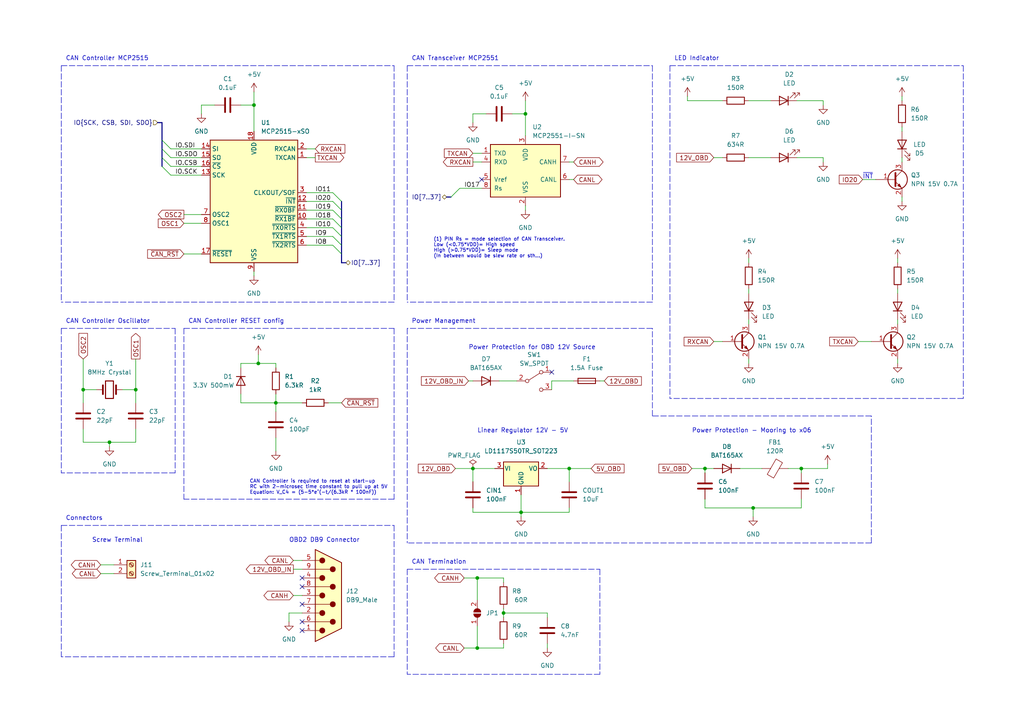
<source format=kicad_sch>
(kicad_sch (version 20211123) (generator eeschema)
  (paper "A4")
  (lib_symbols
    (symbol "Connector:DB9_Male" (pin_names (offset 1.016) hide)
      (property "Reference" "J" (at 0 13.97 0))
      (property "Value" "DB9_Male" (at 0 -14.605 0))
      (symbol "DB9_Male_0_1"
        (circle (center -1.778 -10.16) (radius 0.762) (fill (type outline)))
        (circle (center -1.778 -5.08) (radius 0.762) (fill (type outline)))
        (circle (center -1.778 0) (radius 0.762) (fill (type outline)))
        (circle (center -1.778 5.08) (radius 0.762) (fill (type outline)))
        (circle (center -1.778 10.16) (radius 0.762) (fill (type outline)))
        (polyline (pts (xy -3.81 -10.16) (xy -2.54 -10.16)))
        (polyline (pts (xy -3.81 -7.62) (xy 0.508 -7.62)))
        (polyline (pts (xy -3.81 -5.08) (xy -2.54 -5.08)))
        (polyline (pts (xy -3.81 -2.54) (xy 0.508 -2.54)))
        (polyline (pts (xy -3.81 0) (xy -2.54 0)))
        (polyline (pts (xy -3.81 2.54) (xy 0.508 2.54)))
        (polyline (pts (xy -3.81 5.08) (xy -2.54 5.08)))
        (polyline (pts (xy -3.81 7.62) (xy 0.508 7.62)))
        (polyline (pts (xy -3.81 10.16) (xy -2.54 10.16)))
        (polyline (pts (xy -3.81 -13.335) (xy -3.81 13.335) (xy 3.81 9.525) (xy 3.81 -9.525) (xy -3.81 -13.335)) (stroke (width 0.254)) (fill (type background)))
        (circle (center 1.27 -7.62) (radius 0.762) (fill (type outline)))
        (circle (center 1.27 -2.54) (radius 0.762) (fill (type outline)))
        (circle (center 1.27 2.54) (radius 0.762) (fill (type outline)))
        (circle (center 1.27 7.62) (radius 0.762) (fill (type outline)))
      )
      (symbol "DB9_Male_1_1"
        (pin passive line (at -7.62 -10.16 0) (length 3.81) (name "1") (number "1"))
        (pin passive line (at -7.62 -5.08 0) (length 3.81) (name "2") (number "2"))
        (pin passive line (at -7.62 0 0) (length 3.81) (name "3") (number "3"))
        (pin passive line (at -7.62 5.08 0) (length 3.81) (name "4") (number "4"))
        (pin passive line (at -7.62 10.16 0) (length 3.81) (name "5") (number "5"))
        (pin passive line (at -7.62 -7.62 0) (length 3.81) (name "6") (number "6"))
        (pin passive line (at -7.62 -2.54 0) (length 3.81) (name "7") (number "7"))
        (pin passive line (at -7.62 2.54 0) (length 3.81) (name "8") (number "8"))
        (pin passive line (at -7.62 7.62 0) (length 3.81) (name "9") (number "9"))
      )
    )
    (symbol "Connector:Screw_Terminal_01x02" (pin_names (offset 1.016) hide)
      (property "Reference" "J" (at 0 2.54 0))
      (property "Value" "Screw_Terminal_01x02" (at 0 -5.08 0))
      (symbol "Screw_Terminal_01x02_1_1"
        (rectangle (start -1.27 1.27) (end 1.27 -3.81) (stroke (width 0.254)) (fill (type background)))
        (circle (center 0 -2.54) (radius 0.635) (stroke (width 0.1524)))
        (polyline (pts (xy -0.5334 -2.2098) (xy 0.3302 -3.048)) (stroke (width 0.1524)))
        (polyline (pts (xy -0.5334 0.3302) (xy 0.3302 -0.508)) (stroke (width 0.1524)))
        (polyline (pts (xy -0.3556 -2.032) (xy 0.508 -2.8702)) (stroke (width 0.1524)))
        (polyline (pts (xy -0.3556 0.508) (xy 0.508 -0.3302)) (stroke (width 0.1524)))
        (circle (center 0 0) (radius 0.635) (stroke (width 0.1524)))
        (pin passive line (at -5.08 0 0) (length 3.81) (name "Pin_1") (number "1"))
        (pin passive line (at -5.08 -2.54 0) (length 3.81) (name "Pin_2") (number "2"))
      )
    )
    (symbol "Device:C" (pin_numbers hide) (pin_names (offset 0.254))
      (property "Reference" "C" (at 0.635 2.54 0))
      (property "Value" "C" (at 0.635 -2.54 0))
      (symbol "C_0_1"
        (polyline (pts (xy -2.032 -0.762) (xy 2.032 -0.762)) (stroke (width 0.508)))
        (polyline (pts (xy -2.032 0.762) (xy 2.032 0.762)) (stroke (width 0.508)))
      )
      (symbol "C_1_1"
        (pin passive line (at 0 3.81 270) (length 2.794) (name "~") (number "1"))
        (pin passive line (at 0 -3.81 90) (length 2.794) (name "~") (number "2"))
      )
    )
    (symbol "Device:Crystal" (pin_numbers hide) (pin_names (offset 1.016) hide)
      (property "Reference" "Y" (at 0 3.81 0))
      (property "Value" "Crystal" (at 0 -3.81 0))
      (symbol "Crystal_0_1"
        (rectangle (start -1.143 2.54) (end 1.143 -2.54) (stroke (width 0.3048)))
        (polyline (pts (xy -2.54 0) (xy -1.905 0)))
        (polyline (pts (xy -1.905 -1.27) (xy -1.905 1.27)) (stroke (width 0.508)))
        (polyline (pts (xy 1.905 -1.27) (xy 1.905 1.27)) (stroke (width 0.508)))
        (polyline (pts (xy 2.54 0) (xy 1.905 0)))
      )
      (symbol "Crystal_1_1"
        (pin passive line (at -3.81 0 0) (length 1.27) (name "1") (number "1"))
        (pin passive line (at 3.81 0 180) (length 1.27) (name "2") (number "2"))
      )
    )
    (symbol "Device:D" (pin_numbers hide) (pin_names (offset 1.016) hide)
      (property "Reference" "D" (at 0 2.54 0))
      (property "Value" "D" (at 0 -2.54 0))
      (symbol "D_0_1"
        (polyline (pts (xy -1.27 1.27) (xy -1.27 -1.27)) (stroke (width 0.254)))
        (polyline (pts (xy 1.27 0) (xy -1.27 0)))
        (polyline (pts (xy 1.27 1.27) (xy 1.27 -1.27) (xy -1.27 0) (xy 1.27 1.27)) (stroke (width 0.254)))
      )
      (symbol "D_1_1"
        (pin passive line (at -3.81 0 0) (length 2.54) (name "K") (number "1"))
        (pin passive line (at 3.81 0 180) (length 2.54) (name "A") (number "2"))
      )
    )
    (symbol "Device:FerriteBead" (pin_numbers hide) (pin_names (offset 0))
      (property "Reference" "FB" (at -3.81 0.635 90))
      (property "Value" "FerriteBead" (at 3.81 0 90))
      (symbol "FerriteBead_0_1"
        (polyline (pts (xy 0 -1.27) (xy 0 -1.2192)))
        (polyline (pts (xy 0 1.27) (xy 0 1.2954)))
        (polyline (pts (xy -2.7686 0.4064) (xy -1.7018 2.2606) (xy 2.7686 -0.3048) (xy 1.6764 -2.159) (xy -2.7686 0.4064)))
      )
      (symbol "FerriteBead_1_1"
        (pin passive line (at 0 3.81 270) (length 2.54) (name "~") (number "1"))
        (pin passive line (at 0 -3.81 90) (length 2.54) (name "~") (number "2"))
      )
    )
    (symbol "Device:Fuse" (pin_numbers hide) (pin_names (offset 0))
      (property "Reference" "F" (at 2.032 0 90))
      (property "Value" "Fuse" (at -1.905 0 90))
      (symbol "Fuse_0_1"
        (rectangle (start -0.762 -2.54) (end 0.762 2.54) (stroke (width 0.254)))
        (polyline (pts (xy 0 2.54) (xy 0 -2.54)))
      )
      (symbol "Fuse_1_1"
        (pin passive line (at 0 3.81 270) (length 1.27) (name "~") (number "1"))
        (pin passive line (at 0 -3.81 90) (length 1.27) (name "~") (number "2"))
      )
    )
    (symbol "Device:LED" (pin_numbers hide) (pin_names (offset 1.016) hide)
      (property "Reference" "D" (at 0 2.54 0))
      (property "Value" "LED" (at 0 -2.54 0))
      (symbol "LED_0_1"
        (polyline (pts (xy -1.27 -1.27) (xy -1.27 1.27)) (stroke (width 0.254)))
        (polyline (pts (xy -1.27 0) (xy 1.27 0)))
        (polyline (pts (xy 1.27 -1.27) (xy 1.27 1.27) (xy -1.27 0) (xy 1.27 -1.27)) (stroke (width 0.254)))
        (polyline (pts (xy -3.048 -0.762) (xy -4.572 -2.286) (xy -3.81 -2.286) (xy -4.572 -2.286) (xy -4.572 -1.524)))
        (polyline (pts (xy -1.778 -0.762) (xy -3.302 -2.286) (xy -2.54 -2.286) (xy -3.302 -2.286) (xy -3.302 -1.524)))
      )
      (symbol "LED_1_1"
        (pin passive line (at -3.81 0 0) (length 2.54) (name "K") (number "1"))
        (pin passive line (at 3.81 0 180) (length 2.54) (name "A") (number "2"))
      )
    )
    (symbol "Device:Q_NPN_BEC" (pin_names (offset 0) hide)
      (property "Reference" "Q" (at 5.08 1.27 0))
      (property "Value" "Q_NPN_BEC" (at 5.08 -1.27 0))
      (symbol "Q_NPN_BEC_0_1"
        (polyline (pts (xy 0.635 0.635) (xy 2.54 2.54)))
        (polyline (pts (xy 0.635 -0.635) (xy 2.54 -2.54) (xy 2.54 -2.54)))
        (polyline (pts (xy 0.635 1.905) (xy 0.635 -1.905) (xy 0.635 -1.905)) (stroke (width 0.508)))
        (polyline (pts (xy 1.27 -1.778) (xy 1.778 -1.27) (xy 2.286 -2.286) (xy 1.27 -1.778) (xy 1.27 -1.778)) (fill (type outline)))
        (circle (center 1.27 0) (radius 2.8194) (stroke (width 0.254)))
      )
      (symbol "Q_NPN_BEC_1_1"
        (pin input line (at -5.08 0 0) (length 5.715) (name "B") (number "1"))
        (pin passive line (at 2.54 -5.08 90) (length 2.54) (name "E") (number "2"))
        (pin passive line (at 2.54 5.08 270) (length 2.54) (name "C") (number "3"))
      )
    )
    (symbol "Device:R" (pin_numbers hide) (pin_names (offset 0))
      (property "Reference" "R" (at 2.032 0 90))
      (property "Value" "R" (at 0 0 90))
      (symbol "R_0_1"
        (rectangle (start -1.016 -2.54) (end 1.016 2.54) (stroke (width 0.254)))
      )
      (symbol "R_1_1"
        (pin passive line (at 0 3.81 270) (length 1.27) (name "~") (number "1"))
        (pin passive line (at 0 -3.81 90) (length 1.27) (name "~") (number "2"))
      )
    )
    (symbol "Interface_CAN_LIN:MCP2515-xSO"
      (property "Reference" "U1" (at 2.0194 22.86 0))
      (property "Value" "MCP2515-xSO" (at 2.0194 20.32 0))
      (symbol "MCP2515-xSO_0_1"
        (rectangle (start -12.7 17.78) (end 12.7 -17.78) (stroke (width 0.254)) (fill (type background)))
      )
      (symbol "MCP2515-xSO_1_1"
        (pin output line (at 15.24 12.7 180) (length 2.54) (name "TXCAN") (number "1"))
        (pin output line (at 15.24 -5.08 180) (length 2.54) (name "~{RX1BF}") (number "10"))
        (pin output line (at 15.24 -2.54 180) (length 2.54) (name "~{RX0BF}") (number "11"))
        (pin output line (at 15.24 0 180) (length 2.54) (name "~{INT}") (number "12"))
        (pin input line (at -15.24 7.62 0) (length 2.54) (name "SCK") (number "13"))
        (pin input line (at -15.24 15.24 0) (length 2.54) (name "SI") (number "14"))
        (pin output line (at -15.24 12.7 0) (length 2.54) (name "SO") (number "15"))
        (pin input line (at -15.24 10.16 0) (length 2.54) (name "~{CS}") (number "16"))
        (pin input line (at -15.24 -15.24 0) (length 2.54) (name "~{RESET}") (number "17"))
        (pin power_in line (at 0 20.32 270) (length 2.54) (name "VDD") (number "18"))
        (pin input line (at 15.24 15.24 180) (length 2.54) (name "RXCAN") (number "2"))
        (pin output line (at 15.24 2.54 180) (length 2.54) (name "CLKOUT/SOF") (number "3"))
        (pin input line (at 15.24 -7.62 180) (length 2.54) (name "~{TX0RTS}") (number "4"))
        (pin input line (at 15.24 -10.16 180) (length 2.54) (name "~{TX1RTS}") (number "5"))
        (pin input line (at 15.24 -12.7 180) (length 2.54) (name "~{TX2RTS}") (number "6"))
        (pin output line (at -15.24 -3.81 0) (length 2.54) (name "OSC2") (number "7"))
        (pin input line (at -15.24 -6.35 0) (length 2.54) (name "OSC1") (number "8"))
        (pin power_in line (at 0 -20.32 90) (length 2.54) (name "VSS") (number "9"))
      )
    )
    (symbol "Interface_CAN_LIN:MCP2551-I-SN" (pin_names (offset 1.016))
      (property "Reference" "U" (at -10.16 8.89 0))
      (property "Value" "MCP2551-I-SN" (at 2.54 8.89 0))
      (symbol "MCP2551-I-SN_0_1"
        (rectangle (start -10.16 7.62) (end 10.16 -7.62) (stroke (width 0.254)) (fill (type background)))
      )
      (symbol "MCP2551-I-SN_1_1"
        (pin input line (at -12.7 5.08 0) (length 2.54) (name "TXD") (number "1"))
        (pin power_in line (at 0 -10.16 90) (length 2.54) (name "VSS") (number "2"))
        (pin power_in line (at 0 10.16 270) (length 2.54) (name "VDD") (number "3"))
        (pin output line (at -12.7 2.54 0) (length 2.54) (name "RXD") (number "4"))
        (pin power_out line (at -12.7 -2.54 0) (length 2.54) (name "Vref") (number "5"))
        (pin bidirectional line (at 12.7 -2.54 180) (length 2.54) (name "CANL") (number "6"))
        (pin bidirectional line (at 12.7 2.54 180) (length 2.54) (name "CANH") (number "7"))
        (pin input line (at -12.7 -5.08 0) (length 2.54) (name "Rs") (number "8"))
      )
    )
    (symbol "Jumper:SolderJumper_2_Open" (pin_names (offset 0) hide)
      (property "Reference" "JP" (at 0 2.032 0))
      (property "Value" "SolderJumper_2_Open" (at 0 -2.54 0))
      (symbol "SolderJumper_2_Open_0_1"
        (arc (start -0.254 1.016) (mid -1.27 0) (end -0.254 -1.016))
        (arc (start -0.254 1.016) (mid -1.27 0) (end -0.254 -1.016) (fill (type outline)))
        (polyline (pts (xy -0.254 1.016) (xy -0.254 -1.016)))
        (polyline (pts (xy 0.254 1.016) (xy 0.254 -1.016)))
        (arc (start 0.254 -1.016) (mid 1.27 0) (end 0.254 1.016))
        (arc (start 0.254 -1.016) (mid 1.27 0) (end 0.254 1.016) (fill (type outline)))
      )
      (symbol "SolderJumper_2_Open_1_1"
        (pin passive line (at -3.81 0 0) (length 2.54) (name "A") (number "1"))
        (pin passive line (at 3.81 0 180) (length 2.54) (name "B") (number "2"))
      )
    )
    (symbol "Regulator_Linear:LD1117S50TR_SOT223" (pin_names (offset 0.254))
      (property "Reference" "U" (at -3.81 3.175 0))
      (property "Value" "LD1117S50TR_SOT223" (at 0 3.175 0))
      (symbol "LD1117S50TR_SOT223_0_1"
        (rectangle (start -5.08 -5.08) (end 5.08 1.905) (stroke (width 0.254)) (fill (type background)))
      )
      (symbol "LD1117S50TR_SOT223_1_1"
        (pin power_in line (at 0 -7.62 90) (length 2.54) (name "GND") (number "1"))
        (pin power_out line (at 7.62 0 180) (length 2.54) (name "VO") (number "2"))
        (pin power_in line (at -7.62 0 0) (length 2.54) (name "VI") (number "3"))
      )
    )
    (symbol "Switch:SW_SPDT" (pin_names (offset 0) hide)
      (property "Reference" "SW" (at 0 4.318 0))
      (property "Value" "SW_SPDT" (at 0 -5.08 0))
      (symbol "SW_SPDT_0_0"
        (circle (center -2.032 0) (radius 0.508))
        (circle (center 2.032 -2.54) (radius 0.508))
      )
      (symbol "SW_SPDT_0_1"
        (polyline (pts (xy -1.524 0.254) (xy 1.651 2.286)))
        (circle (center 2.032 2.54) (radius 0.508))
      )
      (symbol "SW_SPDT_1_1"
        (pin passive line (at 5.08 2.54 180) (length 2.54) (name "A") (number "1"))
        (pin passive line (at -5.08 0 0) (length 2.54) (name "B") (number "2"))
        (pin passive line (at 5.08 -2.54 180) (length 2.54) (name "C") (number "3"))
      )
    )
    (symbol "power:+5V" (power) (pin_names (offset 0))
      (property "Value" "+5V" (at 0 3.556 0))
      (symbol "+5V_0_1"
        (polyline (pts (xy -0.762 1.27) (xy 0 2.54)))
        (polyline (pts (xy 0 0) (xy 0 2.54)))
        (polyline (pts (xy 0 2.54) (xy 0.762 1.27)))
      )
      (symbol "+5V_1_1"
        (pin power_in line (at 0 0 90) (length 0) hide (name "+5V") (number "1"))
      )
    )
    (symbol "power:GND" (power) (pin_names (offset 0))
      (property "Value" "GND" (at 0 -3.81 0))
      (symbol "GND_0_1"
        (polyline (pts (xy 0 0) (xy 0 -1.27) (xy 1.27 -1.27) (xy 0 -2.54) (xy -1.27 -1.27) (xy 0 -1.27)))
      )
      (symbol "GND_1_1"
        (pin power_in line (at 0 0 270) (length 0) hide (name "GND") (number "1"))
      )
    )
    (symbol "power:PWR_FLAG" (power) (pin_numbers hide) (pin_names (offset 0) hide)
      (property "Value" "PWR_FLAG" (at 0 3.81 0))
      (symbol "PWR_FLAG_0_0"
        (pin power_out line (at 0 0 90) (length 0) (name "pwr") (number "1"))
      )
      (symbol "PWR_FLAG_0_1"
        (polyline (pts (xy 0 0) (xy 0 1.27) (xy -1.016 1.905) (xy 0 2.54) (xy 1.016 1.905) (xy 0 1.27)))
      )
    )
  )
  (junction (at 204.47 135.89))
  (junction (at 137.16 135.89))
  (junction (at 146.05 177.8))
  (junction (at 24.13 113.03))
  (junction (at 73.66 30.48))
  (junction (at 80.01 116.84))
  (junction (at 138.43 187.96))
  (junction (at 31.75 128.27))
  (junction (at 165.1 135.89))
  (junction (at 151.13 148.59))
  (junction (at 152.4 33.02))
  (junction (at 74.93 105.41))
  (junction (at 218.44 147.32))
  (junction (at 232.41 135.89))
  (junction (at 39.37 113.03))
  (junction (at 138.43 167.64))
  (no_connect (at 139.7 52.07))
  (no_connect (at 87.63 175.26))
  (no_connect (at 87.63 167.64))
  (no_connect (at 160.02 107.95))
  (no_connect (at 87.63 182.88))
  (no_connect (at 87.63 170.18))
  (no_connect (at 87.63 180.34))
  (bus_entry (at 133.35 54.61) (size -2.54 2.54))
  (bus_entry (at 96.52 55.88) (size 2.54 2.54))
  (bus_entry (at 49.53 50.8) (size -2.54 -2.54))
  (bus_entry (at 49.53 45.72) (size -2.54 -2.54))
  (bus_entry (at 49.53 43.18) (size -2.54 -2.54))
  (bus_entry (at 49.53 48.26) (size -2.54 -2.54))
  (bus_entry (at 96.52 71.12) (size 2.54 2.54))
  (bus_entry (at 96.52 60.96) (size 2.54 2.54))
  (bus_entry (at 96.52 63.5) (size 2.54 2.54))
  (bus_entry (at 96.52 66.04) (size 2.54 2.54))
  (bus_entry (at 96.52 68.58) (size 2.54 2.54))
  (bus_entry (at 96.52 58.42) (size 2.54 2.54))
  (wire (pts (xy 248.92 99.06) (xy 252.73 99.06)))
  (wire (pts (xy 29.21 166.37) (xy 33.02 166.37)))
  (wire (pts (xy 137.16 147.32) (xy 137.16 148.59)))
  (wire (pts (xy 53.34 62.23) (xy 58.42 62.23)))
  (wire (pts (xy 207.01 45.72) (xy 209.55 45.72)))
  (wire (pts (xy 88.9 60.96) (xy 96.52 60.96)))
  (bus (pts (xy 99.06 66.04) (xy 99.06 68.58)))
  (wire (pts (xy 83.82 177.8) (xy 87.63 177.8)))
  (wire (pts (xy 137.16 46.99) (xy 139.7 46.99)))
  (polyline (pts (xy 173.99 165.1) (xy 173.99 195.58)))
  (bus (pts (xy 99.06 71.12) (xy 99.06 73.66)))
  (bus (pts (xy 46.99 43.18) (xy 46.99 45.72)))
  (wire (pts (xy 80.01 127) (xy 80.01 130.81)))
  (wire (pts (xy 80.01 116.84) (xy 80.01 119.38)))
  (wire (pts (xy 137.16 148.59) (xy 151.13 148.59)))
  (polyline (pts (xy 17.78 19.05) (xy 114.3 19.05)))
  (wire (pts (xy 49.53 48.26) (xy 58.42 48.26)))
  (wire (pts (xy 132.08 135.89) (xy 137.16 135.89)))
  (wire (pts (xy 74.93 102.87) (xy 74.93 105.41)))
  (wire (pts (xy 217.17 104.14) (xy 217.17 105.41)))
  (wire (pts (xy 95.25 116.84) (xy 99.06 116.84)))
  (wire (pts (xy 261.62 57.15) (xy 261.62 58.42)))
  (wire (pts (xy 204.47 135.89) (xy 207.01 135.89)))
  (polyline (pts (xy 17.78 152.4) (xy 17.78 190.5)))
  (polyline (pts (xy 252.73 120.65) (xy 189.23 120.65)))
  (wire (pts (xy 152.4 33.02) (xy 152.4 39.37)))
  (wire (pts (xy 250.19 52.07) (xy 254 52.07)))
  (wire (pts (xy 85.09 162.56) (xy 87.63 162.56)))
  (wire (pts (xy 39.37 128.27) (xy 39.37 124.46)))
  (wire (pts (xy 134.62 187.96) (xy 138.43 187.96)))
  (wire (pts (xy 39.37 116.84) (xy 39.37 113.03)))
  (wire (pts (xy 73.66 30.48) (xy 69.85 30.48)))
  (bus (pts (xy 99.06 60.96) (xy 99.06 63.5)))
  (polyline (pts (xy 53.34 95.25) (xy 53.34 144.78)))
  (wire (pts (xy 151.13 143.51) (xy 151.13 148.59)))
  (wire (pts (xy 158.75 179.07) (xy 158.75 177.8)))
  (wire (pts (xy 231.14 45.72) (xy 238.76 45.72)))
  (wire (pts (xy 160.02 110.49) (xy 166.37 110.49)))
  (wire (pts (xy 199.39 27.94) (xy 199.39 29.21)))
  (wire (pts (xy 146.05 177.8) (xy 146.05 179.07)))
  (wire (pts (xy 151.13 149.86) (xy 151.13 148.59)))
  (wire (pts (xy 73.66 26.67) (xy 73.66 30.48)))
  (wire (pts (xy 88.9 71.12) (xy 96.52 71.12)))
  (polyline (pts (xy 118.11 165.1) (xy 173.99 165.1)))
  (wire (pts (xy 165.1 135.89) (xy 171.45 135.89)))
  (wire (pts (xy 88.9 55.88) (xy 96.52 55.88)))
  (wire (pts (xy 88.9 68.58) (xy 96.52 68.58)))
  (wire (pts (xy 137.16 44.45) (xy 139.7 44.45)))
  (wire (pts (xy 27.94 113.03) (xy 24.13 113.03)))
  (wire (pts (xy 152.4 29.21) (xy 152.4 33.02)))
  (wire (pts (xy 228.6 135.89) (xy 232.41 135.89)))
  (polyline (pts (xy 114.3 87.63) (xy 17.78 87.63)))
  (wire (pts (xy 80.01 114.3) (xy 80.01 116.84)))
  (wire (pts (xy 165.1 46.99) (xy 166.37 46.99)))
  (wire (pts (xy 238.76 29.21) (xy 238.76 30.48)))
  (wire (pts (xy 88.9 45.72) (xy 91.44 45.72)))
  (wire (pts (xy 29.21 163.83) (xy 33.02 163.83)))
  (bus (pts (xy 46.99 40.64) (xy 46.99 43.18)))
  (polyline (pts (xy 189.23 95.25) (xy 118.11 95.25)))
  (wire (pts (xy 24.13 113.03) (xy 24.13 116.84)))
  (wire (pts (xy 80.01 105.41) (xy 80.01 106.68)))
  (wire (pts (xy 58.42 30.48) (xy 58.42 33.02)))
  (polyline (pts (xy 114.3 144.78) (xy 53.34 144.78)))
  (polyline (pts (xy 194.31 19.05) (xy 279.4 19.05)))
  (wire (pts (xy 160.02 113.03) (xy 160.02 110.49)))
  (wire (pts (xy 134.62 167.64) (xy 138.43 167.64)))
  (wire (pts (xy 135.89 110.49) (xy 137.16 110.49)))
  (wire (pts (xy 49.53 45.72) (xy 58.42 45.72)))
  (wire (pts (xy 31.75 129.54) (xy 31.75 128.27)))
  (polyline (pts (xy 114.3 152.4) (xy 114.3 190.5)))
  (bus (pts (xy 99.06 63.5) (xy 99.06 66.04)))
  (wire (pts (xy 137.16 135.89) (xy 137.16 139.7)))
  (polyline (pts (xy 118.11 19.05) (xy 118.11 87.63)))
  (wire (pts (xy 158.75 135.89) (xy 165.1 135.89)))
  (wire (pts (xy 88.9 43.18) (xy 91.44 43.18)))
  (wire (pts (xy 151.13 148.59) (xy 165.1 148.59)))
  (wire (pts (xy 261.62 27.94) (xy 261.62 29.21)))
  (wire (pts (xy 138.43 167.64) (xy 146.05 167.64)))
  (polyline (pts (xy 118.11 95.25) (xy 118.11 157.48)))
  (wire (pts (xy 240.03 135.89) (xy 232.41 135.89)))
  (polyline (pts (xy 279.4 115.57) (xy 194.31 115.57)))
  (polyline (pts (xy 17.78 95.25) (xy 17.78 137.16)))
  (wire (pts (xy 69.85 114.3) (xy 69.85 116.84)))
  (wire (pts (xy 218.44 147.32) (xy 218.44 149.86)))
  (bus (pts (xy 99.06 58.42) (xy 99.06 60.96)))
  (wire (pts (xy 260.35 83.82) (xy 260.35 85.09)))
  (polyline (pts (xy 252.73 157.48) (xy 252.73 120.65)))
  (wire (pts (xy 74.93 105.41) (xy 80.01 105.41)))
  (wire (pts (xy 138.43 181.61) (xy 138.43 187.96)))
  (polyline (pts (xy 118.11 165.1) (xy 118.11 195.58)))
  (polyline (pts (xy 189.23 87.63) (xy 118.11 87.63)))
  (wire (pts (xy 146.05 177.8) (xy 158.75 177.8)))
  (wire (pts (xy 217.17 92.71) (xy 217.17 93.98)))
  (polyline (pts (xy 17.78 152.4) (xy 114.3 152.4)))
  (wire (pts (xy 69.85 116.84) (xy 80.01 116.84)))
  (wire (pts (xy 69.85 105.41) (xy 69.85 106.68)))
  (wire (pts (xy 158.75 186.69) (xy 158.75 187.96)))
  (wire (pts (xy 69.85 105.41) (xy 74.93 105.41)))
  (wire (pts (xy 165.1 147.32) (xy 165.1 148.59)))
  (wire (pts (xy 199.39 29.21) (xy 209.55 29.21)))
  (wire (pts (xy 144.78 110.49) (xy 149.86 110.49)))
  (wire (pts (xy 200.66 135.89) (xy 204.47 135.89)))
  (wire (pts (xy 152.4 33.02) (xy 148.59 33.02)))
  (polyline (pts (xy 118.11 19.05) (xy 189.23 19.05)))
  (bus (pts (xy 46.99 45.72) (xy 46.99 48.26)))
  (wire (pts (xy 24.13 124.46) (xy 24.13 128.27)))
  (polyline (pts (xy 194.31 19.05) (xy 194.31 115.57)))
  (polyline (pts (xy 50.8 95.25) (xy 50.8 137.16)))
  (wire (pts (xy 152.4 59.69) (xy 152.4 60.96)))
  (wire (pts (xy 261.62 36.83) (xy 261.62 38.1)))
  (wire (pts (xy 31.75 128.27) (xy 39.37 128.27)))
  (wire (pts (xy 214.63 135.89) (xy 220.98 135.89)))
  (wire (pts (xy 39.37 113.03) (xy 35.56 113.03)))
  (bus (pts (xy 99.06 73.66) (xy 99.06 76.2)))
  (wire (pts (xy 137.16 33.02) (xy 137.16 35.56)))
  (wire (pts (xy 73.66 30.48) (xy 73.66 38.1)))
  (wire (pts (xy 137.16 135.89) (xy 143.51 135.89)))
  (wire (pts (xy 218.44 147.32) (xy 232.41 147.32)))
  (polyline (pts (xy 114.3 190.5) (xy 17.78 190.5)))
  (wire (pts (xy 146.05 167.64) (xy 146.05 168.91)))
  (wire (pts (xy 204.47 144.78) (xy 204.47 147.32)))
  (wire (pts (xy 232.41 144.78) (xy 232.41 147.32)))
  (wire (pts (xy 261.62 45.72) (xy 261.62 46.99)))
  (wire (pts (xy 231.14 29.21) (xy 238.76 29.21)))
  (bus (pts (xy 45.72 35.56) (xy 46.99 35.56)))
  (wire (pts (xy 260.35 104.14) (xy 260.35 105.41)))
  (wire (pts (xy 133.35 54.61) (xy 139.7 54.61)))
  (wire (pts (xy 240.03 134.62) (xy 240.03 135.89)))
  (wire (pts (xy 232.41 135.89) (xy 232.41 137.16)))
  (polyline (pts (xy 189.23 120.65) (xy 189.23 95.25)))
  (polyline (pts (xy 50.8 137.16) (xy 17.78 137.16)))
  (wire (pts (xy 24.13 128.27) (xy 31.75 128.27)))
  (polyline (pts (xy 279.4 19.05) (xy 279.4 115.57)))
  (wire (pts (xy 49.53 50.8) (xy 58.42 50.8)))
  (wire (pts (xy 80.01 116.84) (xy 87.63 116.84)))
  (wire (pts (xy 39.37 104.14) (xy 39.37 113.03)))
  (polyline (pts (xy 53.34 95.25) (xy 114.3 95.25)))
  (wire (pts (xy 24.13 104.14) (xy 24.13 113.03)))
  (wire (pts (xy 88.9 63.5) (xy 96.52 63.5)))
  (wire (pts (xy 207.01 99.06) (xy 209.55 99.06)))
  (wire (pts (xy 260.35 74.93) (xy 260.35 76.2)))
  (wire (pts (xy 217.17 29.21) (xy 223.52 29.21)))
  (wire (pts (xy 85.09 172.72) (xy 87.63 172.72)))
  (polyline (pts (xy 114.3 19.05) (xy 114.3 87.63)))
  (bus (pts (xy 129.54 57.15) (xy 130.81 57.15)))
  (wire (pts (xy 173.99 110.49) (xy 175.26 110.49)))
  (wire (pts (xy 238.76 45.72) (xy 238.76 46.99)))
  (wire (pts (xy 85.09 165.1) (xy 87.63 165.1)))
  (wire (pts (xy 165.1 135.89) (xy 165.1 139.7)))
  (polyline (pts (xy 17.78 19.05) (xy 17.78 87.63)))
  (wire (pts (xy 260.35 92.71) (xy 260.35 93.98)))
  (wire (pts (xy 138.43 173.99) (xy 138.43 167.64)))
  (wire (pts (xy 53.34 64.77) (xy 58.42 64.77)))
  (wire (pts (xy 137.16 33.02) (xy 140.97 33.02)))
  (wire (pts (xy 58.42 30.48) (xy 62.23 30.48)))
  (wire (pts (xy 88.9 58.42) (xy 96.52 58.42)))
  (polyline (pts (xy 189.23 19.05) (xy 189.23 87.63)))
  (wire (pts (xy 217.17 74.93) (xy 217.17 76.2)))
  (bus (pts (xy 46.99 35.56) (xy 46.99 40.64)))
  (bus (pts (xy 99.06 68.58) (xy 99.06 71.12)))
  (polyline (pts (xy 252.73 157.48) (xy 118.11 157.48)))
  (wire (pts (xy 53.34 73.66) (xy 58.42 73.66)))
  (polyline (pts (xy 173.99 195.58) (xy 118.11 195.58)))
  (wire (pts (xy 217.17 83.82) (xy 217.17 85.09)))
  (wire (pts (xy 49.53 43.18) (xy 58.42 43.18)))
  (bus (pts (xy 99.06 76.2) (xy 100.33 76.2)))
  (wire (pts (xy 146.05 187.96) (xy 138.43 187.96)))
  (wire (pts (xy 73.66 78.74) (xy 73.66 80.01)))
  (wire (pts (xy 217.17 45.72) (xy 223.52 45.72)))
  (wire (pts (xy 146.05 176.53) (xy 146.05 177.8)))
  (polyline (pts (xy 17.78 95.25) (xy 50.8 95.25)))
  (wire (pts (xy 204.47 135.89) (xy 204.47 137.16)))
  (wire (pts (xy 146.05 186.69) (xy 146.05 187.96)))
  (polyline (pts (xy 114.3 95.25) (xy 114.3 144.78)))
  (wire (pts (xy 83.82 180.34) (xy 83.82 177.8)))
  (wire (pts (xy 204.47 147.32) (xy 218.44 147.32)))
  (wire (pts (xy 165.1 52.07) (xy 166.37 52.07)))
  (wire (pts (xy 88.9 66.04) (xy 96.52 66.04)))
  (text "CAN Transceiver MCP2551" (at 119.38 17.78 0) (effects (font (size 1.27 1.27)) (justify left bottom)))
  (text "Power Management" (at 119.38 93.98 0) (effects (font (size 1.27 1.27)) (justify left bottom)))
  (text "Power Protection for OBD 12V Source" (at 135.89 101.6 0) (effects (font (size 1.27 1.27)) (justify left bottom)))
  (text "CAN Controller RESET config" (at 54.61 93.98 0) (effects (font (size 1.27 1.27)) (justify left bottom)))
  (text "Screw Terminal" (at 26.67 157.48 0) (effects (font (size 1.27 1.27)) (justify left bottom)))
  (text "~{INT}" (at 250.19 52.07 0) (effects (font (size 1.27 1.27)) (justify left bottom)))
  (text "Power Protection - Mooring to x06" (at 200.66 125.73 0) (effects (font (size 1.27 1.27)) (justify left bottom)))
  (text "(1) PIN Rs = mode selection of CAN Transceiver. \nLow (<0.75*VDD)= High speed\nHigh (>0.75*VDD)= Sleep mode\n(In between would be slew rate or sth...)" (at 125.73 74.93 0) (effects (font (size 1 1)) (justify left bottom)))
  (text "Linear Regulator 12V - 5V" (at 138.43 125.73 0) (effects (font (size 1.27 1.27)) (justify left bottom)))
  (text "Connectors" (at 19.05 151.13 0) (effects (font (size 1.27 1.27)) (justify left bottom)))
  (text "CAN Controller is required to reset at start-up\nRC with 2-microsec time constant to pull up at 5V\nEquation: V_C4 = (5-5*e^(-t/(6.3kR * 100nF))" (at 72.39 143.51 0) (effects (font (size 1 1)) (justify left bottom)))
  (text "OBD2 DB9 Connector" (at 83.82 157.48 0) (effects (font (size 1.27 1.27)) (justify left bottom)))
  (text "CAN Controller Oscillator " (at 19.05 93.98 0) (effects (font (size 1.27 1.27)) (justify left bottom)))
  (text "CAN Controller MCP2515" (at 19.05 17.78 0) (effects (font (size 1.27 1.27)) (justify left bottom)))
  (text "CAN Termination" (at 119.38 163.83 0) (effects (font (size 1.27 1.27)) (justify left bottom)))
  (text "LED Indicator\n" (at 195.58 17.78 0) (effects (font (size 1.27 1.27)) (justify left bottom)))
  (label "IO9" (at 91.44 68.58 0))
  (label "IO8" (at 91.44 71.12 0))
  (label "IO.SCK" (at 50.8 50.8 0))
  (label "IO11" (at 91.44 55.88 0))
  (label "IO10" (at 91.44 66.04 0))
  (label "IO17" (at 134.62 54.61 0))
  (label "IO.SDI" (at 50.8 43.18 0))
  (label "IO20" (at 91.44 58.42 0))
  (label "IO.SDO" (at 50.8 45.72 0))
  (label "IO18" (at 91.44 63.5 0))
  (label "IO.CSB" (at 50.8 48.26 0))
  (label "IO19" (at 91.44 60.96 0))
  (global_label "IO20" (shape input) (at 250.19 52.07 180) (property "Intersheet References" "${INTERSHEET_REFS}" (effects hide)))
  (global_label "RXCAN" (shape output) (at 137.16 46.99 180) (property "Intersheet References" "${INTERSHEET_REFS}" (effects hide)))
  (global_label "12V_OBD_IN" (shape input) (at 135.89 110.49 180) (property "Intersheet References" "${INTERSHEET_REFS}" (effects hide)))
  (global_label "~{CAN_RST}" (shape input) (at 99.06 116.84 0) (property "Intersheet References" "${INTERSHEET_REFS}" (effects hide)))
  (global_label "12V_OBD" (shape input) (at 132.08 135.89 180) (property "Intersheet References" "${INTERSHEET_REFS}" (effects hide)))
  (global_label "TXCAN" (shape input) (at 137.16 44.45 180) (property "Intersheet References" "${INTERSHEET_REFS}" (effects hide)))
  (global_label "OSC1" (shape input) (at 53.34 64.77 180) (property "Intersheet References" "${INTERSHEET_REFS}" (effects hide)))
  (global_label "~{CAN_RST}" (shape input) (at 53.34 73.66 180) (property "Intersheet References" "${INTERSHEET_REFS}" (effects hide)))
  (global_label "CANH" (shape bidirectional) (at 134.62 167.64 180) (property "Intersheet References" "${INTERSHEET_REFS}" (effects hide)))
  (global_label "TXCAN" (shape output) (at 91.44 45.72 0) (property "Intersheet References" "${INTERSHEET_REFS}" (effects hide)))
  (global_label "12V_OBD_IN" (shape output) (at 85.09 165.1 180) (property "Intersheet References" "${INTERSHEET_REFS}" (effects hide)))
  (global_label "12V_OBD" (shape input) (at 175.26 110.49 0) (property "Intersheet References" "${INTERSHEET_REFS}" (effects hide)))
  (global_label "5V_OBD" (shape input) (at 171.45 135.89 0) (property "Intersheet References" "${INTERSHEET_REFS}" (effects hide)))
  (global_label "CANH" (shape bidirectional) (at 85.09 172.72 180) (property "Intersheet References" "${INTERSHEET_REFS}" (effects hide)))
  (global_label "CANL" (shape bidirectional) (at 166.37 52.07 0) (property "Intersheet References" "${INTERSHEET_REFS}" (effects hide)))
  (global_label "CANL" (shape bidirectional) (at 134.62 187.96 180) (property "Intersheet References" "${INTERSHEET_REFS}" (effects hide)))
  (global_label "CANH" (shape bidirectional) (at 29.21 163.83 180) (property "Intersheet References" "${INTERSHEET_REFS}" (effects hide)))
  (global_label "12V_OBD" (shape input) (at 207.01 45.72 180) (property "Intersheet References" "${INTERSHEET_REFS}" (effects hide)))
  (global_label "CANH" (shape bidirectional) (at 166.37 46.99 0) (property "Intersheet References" "${INTERSHEET_REFS}" (effects hide)))
  (global_label "CANL" (shape bidirectional) (at 85.09 162.56 180) (property "Intersheet References" "${INTERSHEET_REFS}" (effects hide)))
  (global_label "OSC2" (shape output) (at 53.34 62.23 180) (property "Intersheet References" "${INTERSHEET_REFS}" (effects hide)))
  (global_label "CANL" (shape bidirectional) (at 29.21 166.37 180) (property "Intersheet References" "${INTERSHEET_REFS}" (effects hide)))
  (global_label "RXCAN" (shape input) (at 91.44 43.18 0) (property "Intersheet References" "${INTERSHEET_REFS}" (effects hide)))
  (global_label "5V_OBD" (shape input) (at 200.66 135.89 180) (property "Intersheet References" "${INTERSHEET_REFS}" (effects hide)))
  (global_label "OSC2" (shape input) (at 24.13 104.14 90) (property "Intersheet References" "${INTERSHEET_REFS}" (effects hide)))
  (global_label "RXCAN" (shape input) (at 207.01 99.06 180) (property "Intersheet References" "${INTERSHEET_REFS}" (effects hide)))
  (global_label "OSC1" (shape output) (at 39.37 104.14 90) (property "Intersheet References" "${INTERSHEET_REFS}" (effects hide)))
  (global_label "TXCAN" (shape input) (at 248.92 99.06 180) (property "Intersheet References" "${INTERSHEET_REFS}" (effects hide)))
  (hierarchical_label "IO[7..37]" (shape bidirectional) (at 129.54 57.15 180))
  (hierarchical_label "IO{SCK, CSB, SDI, SDO}" (shape input) (at 45.72 35.56 180))
  (hierarchical_label "IO[7..37]" (shape bidirectional) (at 100.33 76.2 0))
  (symbol (lib_id "Device:R") (at 217.17 80.01 180) (unit 1)
    (property "Reference" "R4" (at 219.71 78.7399 0) (effects (justify right)))
    (property "Value" "150R" (at 219.71 81.2799 0) (effects (justify right)))
    (property "Footprint" "Resistor_SMD:R_0603_1608Metric_Pad0.98x0.95mm_HandSolder" (effects hide))
    (property "Datasheet" "https://www.digikey.com/en/products/detail/yageo/RC0603FR-07150RL/726958" (effects hide))
  )
  (symbol (lib_id "Device:FerriteBead") (at 224.79 135.89 90) (unit 1)
    (property "Reference" "FB1" (at 224.7392 128.27 90))
    (property "Value" "120R" (at 224.7392 130.81 90))
    (property "Footprint" "Inductor_SMD:L_0603_1608Metric_Pad1.05x0.95mm_HandSolder" (effects hide))
    (property "Datasheet" "https://www.digikey.com/en/products/detail/laird-signal-integrity-products/LI0603G121R-10/806607" (effects hide))
  )
  (symbol (lib_id "Device:D") (at 140.97 110.49 180) (unit 1)
    (property "Reference" "D7" (at 140.97 104.14 0))
    (property "Value" "BAT165AX" (at 140.97 106.68 0))
    (property "Footprint" "Diode_SMD:D_SOD-323_HandSoldering" (effects hide))
    (property "Datasheet" "https://www.digikey.com/en/products/detail/nexperia-usa-inc/BAT165AX/6576010?s=N4IgTCBcDaIEYEMAuBGAbAVgIIA0QF0BfIA" (effects hide))
  )
  (symbol (lib_id "Device:R") (at 213.36 45.72 90) (unit 1)
    (property "Reference" "R7" (at 213.36 39.37 90))
    (property "Value" "634R" (at 213.36 41.91 90))
    (property "Footprint" "Resistor_SMD:R_0603_1608Metric_Pad0.98x0.95mm_HandSolder" (effects hide))
    (property "Datasheet" "https://www.digikey.com/en/products/detail/yageo/RC0603FR-07634RL/727341" (effects hide))
  )
  (symbol (lib_id "power:GND") (at 218.44 149.86 0) (unit 1)
    (property "Reference" "#PWR0118" (effects hide))
    (property "Value" "GND" (at 218.44 154.94 0))
  )
  (symbol (lib_id "power:GND") (at 83.82 180.34 0) (unit 1)
    (property "Reference" "#PWR0115" (effects hide))
    (property "Value" "GND" (at 83.82 185.42 0))
  )
  (symbol (lib_id "power:GND") (at 152.4 60.96 0) (unit 1)
    (property "Reference" "#PWR0102" (effects hide))
    (property "Value" "GND" (at 152.4 66.04 0))
  )
  (symbol (lib_id "Interface_CAN_LIN:MCP2551-I-SN") (at 152.4 49.53 0) (unit 1)
    (property "Reference" "U2" (at 154.4194 36.83 0) (effects (justify left)))
    (property "Value" "MCP2551-I-SN" (at 154.4194 39.37 0) (effects (justify left)))
    (property "Footprint" "Package_SO:SOIC-8_3.9x4.9mm_P1.27mm" (effects hide))
    (property "Datasheet" "https://www.digikey.com/en/products/detail/microchip-technology/MCP2551-I-SN/509452" (effects hide))
  )
  (symbol (lib_id "Device:C") (at 158.75 182.88 0) (unit 1)
    (property "Reference" "C8" (at 162.56 181.6099 0) (effects (justify left)))
    (property "Value" "4.7nF" (at 162.56 184.1499 0) (effects (justify left)))
    (property "Footprint" "Capacitor_SMD:C_0603_1608Metric_Pad1.08x0.95mm_HandSolder" (effects hide))
    (property "Datasheet" "https://www.digikey.com/en/products/detail/kemet/C0603C472K4RECAUTO/8640473" (effects hide))
  )
  (symbol (lib_id "power:+5V") (at 199.39 27.94 0) (unit 1)
    (property "Reference" "#PWR0113" (effects hide))
    (property "Value" "+5V" (at 199.39 22.86 0))
  )
  (symbol (lib_id "power:GND") (at 261.62 58.42 0) (unit 1)
    (property "Reference" "#PWR0111" (effects hide))
    (property "Value" "GND" (at 261.62 63.5 0))
  )
  (symbol (lib_id "power:+5V") (at 261.62 27.94 0) (unit 1)
    (property "Reference" "#PWR0119" (effects hide))
    (property "Value" "+5V" (at 261.62 22.86 0))
  )
  (symbol (lib_id "Device:Crystal") (at 31.75 113.03 0) (unit 1)
    (property "Reference" "Y1" (at 31.75 105.41 0))
    (property "Value" "8MHz Crystal" (at 31.75 107.95 0))
    (property "Footprint" "Crystal:Crystal_SMD_HC49-SD" (effects hide))
    (property "Datasheet" "https://ecsxtal.com/store/pdf/csm-7x.pdf" (effects hide))
  )
  (symbol (lib_id "power:GND") (at 58.42 33.02 0) (unit 1)
    (property "Reference" "#PWR0108" (effects hide))
    (property "Value" "GND" (at 58.42 38.1 0))
  )
  (symbol (lib_id "Device:R") (at 80.01 110.49 0) (unit 1)
    (property "Reference" "R1" (at 82.55 109.2199 0) (effects (justify left)))
    (property "Value" "6.3kR" (at 82.55 111.7599 0) (effects (justify left)))
    (property "Footprint" "Resistor_SMD:R_0603_1608Metric_Pad0.98x0.95mm_HandSolder" (effects hide))
    (property "Datasheet" "https://www.digikey.com/en/products/detail/yageo/RC0603FR-076K34L/727320" (effects hide))
  )
  (symbol (lib_id "Device:R") (at 213.36 29.21 90) (unit 1)
    (property "Reference" "R3" (at 213.36 22.86 90))
    (property "Value" "150R" (at 213.36 25.4 90))
    (property "Footprint" "Resistor_SMD:R_0603_1608Metric_Pad0.98x0.95mm_HandSolder" (effects hide))
    (property "Datasheet" "https://www.digikey.com/en/products/detail/yageo/RC0603FR-07150RL/726958" (effects hide))
  )
  (symbol (lib_id "power:GND") (at 217.17 105.41 0) (unit 1)
    (property "Reference" "#PWR0121" (effects hide))
    (property "Value" "GND" (at 217.17 110.49 0))
  )
  (symbol (lib_id "Device:R") (at 146.05 182.88 0) (unit 1)
    (property "Reference" "R9" (at 149.86 181.61 0))
    (property "Value" "60R" (at 151.13 184.15 0))
    (property "Footprint" "Resistor_SMD:R_0603_1608Metric_Pad0.98x0.95mm_HandSolder" (effects hide))
    (property "Datasheet" "https://www.digikey.com/en/products/detail/yageo/RC0603FR-07560RL/727304" (effects hide))
  )
  (symbol (lib_id "Device:LED") (at 261.62 41.91 90) (unit 1)
    (property "Reference" "D5" (at 266.7 44.45 90))
    (property "Value" "LED" (at 266.7 41.91 90))
    (property "Footprint" "LED_SMD:LED_0603_1608Metric_Pad1.05x0.95mm_HandSolder" (effects hide))
    (property "Datasheet" "https://www.mouser.com/ProductDetail/Bivar/SM0603PGC?qs=jaLxTFIJCis8L0JCXp65MQ%3D%3D" (effects hide))
  )
  (symbol (lib_id "Device:C") (at 80.01 123.19 0) (unit 1)
    (property "Reference" "C4" (at 83.82 121.9199 0) (effects (justify left)))
    (property "Value" "100pF" (at 83.82 124.4599 0) (effects (justify left)))
    (property "Footprint" "Capacitor_SMD:C_0603_1608Metric_Pad1.08x0.95mm_HandSolder" (effects hide))
    (property "Datasheet" "https://www.digikey.com/en/products/detail/murata-electronics/GRM1885C1H101JA01D/586921" (effects hide))
  )
  (symbol (lib_id "Device:LED") (at 217.17 88.9 90) (unit 1)
    (property "Reference" "D3" (at 220.98 89.2174 90) (effects (justify right)))
    (property "Value" "LED" (at 220.98 91.7574 90) (effects (justify right)))
    (property "Footprint" "LED_SMD:LED_0603_1608Metric_Pad1.05x0.95mm_HandSolder" (effects hide))
    (property "Datasheet" "https://www.mouser.com/ProductDetail/Bivar/SM0603PGC?qs=jaLxTFIJCis8L0JCXp65MQ%3D%3D" (effects hide))
  )
  (symbol (lib_id "Device:LED") (at 260.35 88.9 90) (unit 1)
    (property "Reference" "D4" (at 264.16 89.2174 90) (effects (justify right)))
    (property "Value" "LED" (at 264.16 91.7574 90) (effects (justify right)))
    (property "Footprint" "LED_SMD:LED_0603_1608Metric_Pad1.05x0.95mm_HandSolder" (effects hide))
    (property "Datasheet" "https://www.mouser.com/ProductDetail/Bivar/SM0603UBWC?qs=hWDdE2Pc5RAVU9aZAE1txQ%3D%3D" (effects hide))
  )
  (symbol (lib_id "Device:C") (at 232.41 140.97 0) (unit 1)
    (property "Reference" "C7" (at 236.22 139.6999 0) (effects (justify left)))
    (property "Value" "100nF" (at 236.22 142.2399 0) (effects (justify left)))
    (property "Footprint" "Capacitor_SMD:C_0805_2012Metric_Pad1.18x1.45mm_HandSolder" (effects hide))
    (property "Datasheet" "https://www.digikey.com/en/products/detail/vishay-sprague/TMCP1D104MTRF/10107432" (effects hide))
  )
  (symbol (lib_id "Connector:DB9_Male") (at 95.25 172.72 0) (unit 1)
    (property "Reference" "J12" (at 100.33 171.4499 0) (effects (justify left)))
    (property "Value" "DB9_Male" (at 100.33 173.9899 0) (effects (justify left)))
    (property "Footprint" "Connector_Dsub:DSUB-9_Male_Horizontal_P2.77x2.84mm_EdgePinOffset9.90mm_Housed_MountingHolesOffset11.32mm" (effects hide))
    (property "Datasheet" "https://www.digikey.com/en/products/detail/conec/163A13829X/3838158" (effects hide))
  )
  (symbol (lib_id "Device:D") (at 210.82 135.89 180) (unit 1)
    (property "Reference" "D8" (at 210.82 129.54 0))
    (property "Value" "BAT165AX" (at 210.82 132.08 0))
    (property "Footprint" "Diode_SMD:D_SOD-323_HandSoldering" (effects hide))
    (property "Datasheet" "https://www.digikey.com/en/products/detail/nexperia-usa-inc/BAT165AX/6576010?s=N4IgTCBcDaIEYEMAuBGAbAVgIIA0QF0BfIA" (effects hide))
  )
  (symbol (lib_id "Device:C") (at 66.04 30.48 270) (unit 1)
    (property "Reference" "C1" (at 66.04 22.86 90))
    (property "Value" "0.1uF" (at 66.04 25.4 90))
    (property "Footprint" "Capacitor_SMD:C_0603_1608Metric_Pad1.08x0.95mm_HandSolder" (effects hide))
    (property "Datasheet" "https://www.digikey.com/en/products/detail/murata-electronics/GCM188R71H104KA57D/1641653" (effects hide))
  )
  (symbol (lib_id "Device:R") (at 260.35 80.01 180) (unit 1)
    (property "Reference" "R5" (at 262.89 78.7399 0) (effects (justify right)))
    (property "Value" "150R" (at 262.89 81.2799 0) (effects (justify right)))
    (property "Footprint" "Resistor_SMD:R_0603_1608Metric_Pad0.98x0.95mm_HandSolder" (effects hide))
    (property "Datasheet" "https://www.digikey.com/en/products/detail/yageo/RC0603FR-07150RL/726958" (effects hide))
  )
  (symbol (lib_id "power:+5V") (at 240.03 134.62 0) (unit 1)
    (property "Reference" "#PWR0117" (effects hide))
    (property "Value" "+5V" (at 240.03 129.54 0))
  )
  (symbol (lib_id "power:GND") (at 73.66 80.01 0) (unit 1)
    (property "Reference" "#PWR0101" (effects hide))
    (property "Value" "GND" (at 73.66 85.09 0))
  )
  (symbol (lib_id "Connector:Screw_Terminal_01x02") (at 38.1 163.83 0) (unit 1)
    (property "Reference" "J11" (at 40.64 163.8299 0) (effects (justify left)))
    (property "Value" "Screw_Terminal_01x02" (at 40.64 166.3699 0) (effects (justify left)))
    (property "Footprint" "TerminalBlock:TerminalBlock_bornier-2_P5.08mm" (effects hide))
    (property "Datasheet" "https://www.digikey.com/en/products/detail/cui-devices/TB006-508-02BE/10064115" (effects hide))
  )
  (symbol (lib_id "Device:C") (at 39.37 120.65 0) (unit 1)
    (property "Reference" "C3" (at 43.18 119.3799 0) (effects (justify left)))
    (property "Value" "22pF" (at 43.18 121.9199 0) (effects (justify left)))
    (property "Footprint" "Capacitor_SMD:C_0603_1608Metric_Pad1.08x0.95mm_HandSolder" (effects hide))
    (property "Datasheet" "https://www.digikey.com/en/products/detail/yageo/CC0603JRNPO9BN220/302796" (effects hide))
  )
  (symbol (lib_id "power:GND") (at 238.76 46.99 0) (unit 1)
    (property "Reference" "#PWR0122" (effects hide))
    (property "Value" "GND" (at 238.76 52.07 0))
  )
  (symbol (lib_id "Device:LED") (at 227.33 29.21 180) (unit 1)
    (property "Reference" "D2" (at 228.9175 21.59 0))
    (property "Value" "LED" (at 228.9175 24.13 0))
    (property "Footprint" "LED_SMD:LED_0603_1608Metric_Pad1.05x0.95mm_HandSolder" (effects hide))
    (property "Datasheet" "https://www.mouser.com/ProductDetail/Bivar/SM0603SRC?qs=EYSZfI0QbkaJbRyUf4vVYw%3D%3D" (effects hide))
  )
  (symbol (lib_id "power:+5V") (at 74.93 102.87 0) (unit 1)
    (property "Reference" "#PWR0106" (effects hide))
    (property "Value" "+5V" (at 74.93 97.79 0))
  )
  (symbol (lib_id "power:GND") (at 31.75 129.54 0) (unit 1)
    (property "Reference" "#PWR0107" (effects hide))
    (property "Value" "GND" (at 31.75 134.62 0))
  )
  (symbol (lib_id "Device:R") (at 261.62 33.02 0) (unit 1)
    (property "Reference" "R6" (at 265.43 31.75 0))
    (property "Value" "150R" (at 266.7 34.29 0))
    (property "Footprint" "Resistor_SMD:R_0603_1608Metric_Pad0.98x0.95mm_HandSolder" (effects hide))
    (property "Datasheet" "https://www.digikey.com/en/products/detail/yageo/RC0603FR-07150RL/726958" (effects hide))
  )
  (symbol (lib_id "Device:Fuse") (at 170.18 110.49 90) (unit 1)
    (property "Reference" "F1" (at 170.18 104.14 90))
    (property "Value" "1.5A Fuse" (at 170.18 106.68 90))
    (property "Footprint" "Fuse:Fuse_0603_1608Metric_Pad1.05x0.95mm_HandSolder" (effects hide))
    (property "Datasheet" "https://www.digikey.com/en/products/detail/bel-fuse-inc/0ABB-1500-TM/15204251" (effects hide))
  )
  (symbol (lib_id "Device:C") (at 144.78 33.02 270) (unit 1)
    (property "Reference" "C5" (at 144.78 25.4 90))
    (property "Value" "0.1uF" (at 144.78 27.94 90))
    (property "Footprint" "Capacitor_SMD:C_0603_1608Metric_Pad1.08x0.95mm_HandSolder" (effects hide))
    (property "Datasheet" "https://www.digikey.com/en/products/detail/murata-electronics/GCM188R71H104KA57D/1641653" (effects hide))
  )
  (symbol (lib_id "Device:C") (at 204.47 140.97 0) (unit 1)
    (property "Reference" "C6" (at 208.28 139.6999 0) (effects (justify left)))
    (property "Value" "100nF" (at 208.28 142.2399 0) (effects (justify left)))
    (property "Footprint" "Capacitor_SMD:C_0805_2012Metric_Pad1.18x1.45mm_HandSolder" (effects hide))
    (property "Datasheet" "https://www.digikey.com/en/products/detail/vishay-sprague/TMCP1D104MTRF/10107432" (effects hide))
  )
  (symbol (lib_id "Device:C") (at 165.1 143.51 0) (unit 1)
    (property "Reference" "COUT1" (at 168.91 142.2399 0) (effects (justify left)))
    (property "Value" "10uF" (at 168.91 144.7799 0) (effects (justify left)))
    (property "Footprint" "Capacitor_SMD:C_0603_1608Metric_Pad1.08x0.95mm_HandSolder" (effects hide))
    (property "Datasheet" "https://www.digikey.com/en/products/detail/murata-electronics/GRM188R61E106MA73D/3900497" (effects hide))
  )
  (symbol (lib_id "power:+5V") (at 73.66 26.67 0) (unit 1)
    (property "Reference" "#PWR0103" (effects hide))
    (property "Value" "+5V" (at 73.66 21.59 0))
  )
  (symbol (lib_id "power:GND") (at 151.13 149.86 0) (unit 1)
    (property "Reference" "#PWR0116" (effects hide))
    (property "Value" "GND" (at 151.13 154.94 0))
  )
  (symbol (lib_id "Device:LED") (at 227.33 45.72 180) (unit 1)
    (property "Reference" "D6" (at 228.9175 38.1 0))
    (property "Value" "LED" (at 228.9175 40.64 0))
    (property "Footprint" "LED_SMD:LED_0603_1608Metric_Pad1.05x0.95mm_HandSolder" (effects hide))
    (property "Datasheet" "https://www.mouser.com/ProductDetail/Bivar/SM0603URC?qs=hWDdE2Pc5RAmyCtviNtSxQ%3D%3D" (effects hide))
  )
  (symbol (lib_id "Device:D") (at 69.85 110.49 90) (mirror x) (unit 1)
    (property "Reference" "D1" (at 64.77 109.22 90) (effects (justify right)))
    (property "Value" "3.3V 500mW" (at 55.88 111.76 90) (effects (justify right)))
    (property "Footprint" "Diode_SMD:D_SOD-323_HandSoldering" (effects hide))
    (property "Datasheet" "https://www.digikey.com/en/products/detail/nexperia-usa-inc/BAS16J-115/1692651" (effects hide))
  )
  (symbol (lib_id "Device:Q_NPN_BEC") (at 214.63 99.06 0) (unit 1)
    (property "Reference" "Q1" (at 219.71 97.7899 0) (effects (justify left)))
    (property "Value" "NPN 15V 0.7A" (at 219.71 100.3299 0) (effects (justify left)))
    (property "Footprint" "Package_TO_SOT_SMD:SC-59_Handsoldering" (effects hide))
    (property "Datasheet" "https://www.digikey.com/en/products/detail/onsemi/2SD1048-6-TB-E/2797044" (effects hide))
  )
  (symbol (lib_id "power:PWR_FLAG") (at 137.16 135.89 0) (unit 1)
    (property "Reference" "#FLG0101" (effects hide))
    (property "Value" "PWR_FLAG" (at 134.62 132.08 0))
  )
  (symbol (lib_id "Device:C") (at 24.13 120.65 0) (unit 1)
    (property "Reference" "C2" (at 27.94 119.3799 0) (effects (justify left)))
    (property "Value" "22pF" (at 27.94 121.9199 0) (effects (justify left)))
    (property "Footprint" "Capacitor_SMD:C_0603_1608Metric_Pad1.08x0.95mm_HandSolder" (effects hide))
    (property "Datasheet" "https://www.digikey.com/en/products/detail/yageo/CC0603JRNPO9BN220/302796" (effects hide))
  )
  (symbol (lib_id "Regulator_Linear:LD1117S50TR_SOT223") (at 151.13 135.89 0) (unit 1)
    (property "Reference" "U3" (at 151.13 128.27 0))
    (property "Value" "LD1117S50TR_SOT223" (at 151.13 130.81 0))
    (property "Footprint" "Package_TO_SOT_SMD:SOT-223-3_TabPin2" (effects hide))
    (property "Datasheet" "https://www.digikey.com/en/products/detail/stmicroelectronics/LD1117S50CTR/585767" (effects hide))
  )
  (symbol (lib_id "power:+5V") (at 152.4 29.21 0) (unit 1)
    (property "Reference" "#PWR0104" (effects hide))
    (property "Value" "+5V" (at 152.4 24.13 0))
  )
  (symbol (lib_id "Device:R") (at 91.44 116.84 90) (unit 1)
    (property "Reference" "R2" (at 91.44 110.49 90))
    (property "Value" "1kR" (at 91.44 113.03 90))
    (property "Footprint" "Resistor_SMD:R_0603_1608Metric_Pad0.98x0.95mm_HandSolder" (effects hide))
    (property "Datasheet" "https://www.digikey.com/en/products/detail/yageo/RC0603FR-071KL/726843" (effects hide))
  )
  (symbol (lib_id "Switch:SW_SPDT") (at 154.94 110.49 0) (unit 1)
    (property "Reference" "SW1" (at 154.94 102.87 0))
    (property "Value" "SW_SPDT" (at 154.94 105.41 0))
    (property "Footprint" "CANBusShield:09.03290.01 switch" (effects hide))
    (property "Datasheet" "https://www.digikey.com/en/products/detail/eao/09-03290-01/8733106" (effects hide))
  )
  (symbol (lib_id "power:GND") (at 260.35 105.41 0) (unit 1)
    (property "Reference" "#PWR0110" (effects hide))
    (property "Value" "GND" (at 260.35 110.49 0))
  )
  (symbol (lib_id "power:+5V") (at 260.35 74.93 0) (unit 1)
    (property "Reference" "#PWR0120" (effects hide))
    (property "Value" "+5V" (at 260.35 69.85 0))
  )
  (symbol (lib_id "Device:Q_NPN_BEC") (at 259.08 52.07 0) (unit 1)
    (property "Reference" "Q3" (at 264.16 50.7999 0) (effects (justify left)))
    (property "Value" "NPN 15V 0.7A" (at 264.16 53.3399 0) (effects (justify left)))
    (property "Footprint" "Package_TO_SOT_SMD:SC-59_Handsoldering" (effects hide))
    (property "Datasheet" "https://www.digikey.com/en/products/detail/onsemi/2SD1048-6-TB-E/2797044" (effects hide))
  )
  (symbol (lib_id "Interface_CAN_LIN:MCP2515-xSO") (at 73.66 58.42 0) (unit 1)
    (property "Reference" "U1" (at 75.6794 35.56 0) (effects (justify left)))
    (property "Value" "MCP2515-xSO" (at 75.6794 38.1 0) (effects (justify left)))
    (property "Footprint" "Package_SO:SOIC-18W_7.5x11.6mm_P1.27mm" (effects hide))
    (property "Datasheet" "https://www.digikey.com/en/products/detail/microchip-technology/MCP2515-I-SO/593001" (effects hide))
  )
  (symbol (lib_id "power:+5V") (at 217.17 74.93 0) (unit 1)
    (property "Reference" "#PWR0112" (effects hide))
    (property "Value" "+5V" (at 217.17 69.85 0))
  )
  (symbol (lib_id "Device:R") (at 146.05 172.72 0) (unit 1)
    (property "Reference" "R8" (at 149.86 171.45 0))
    (property "Value" "60R" (at 151.13 173.99 0))
    (property "Footprint" "Resistor_SMD:R_0603_1608Metric_Pad0.98x0.95mm_HandSolder" (effects hide))
    (property "Datasheet" "https://www.digikey.com/en/products/detail/yageo/RC0603FR-07560RL/727304" (effects hide))
  )
  (symbol (lib_id "power:GND") (at 158.75 187.96 0) (unit 1)
    (property "Reference" "#PWR0123" (effects hide))
    (property "Value" "GND" (at 158.75 193.04 0))
  )
  (symbol (lib_id "power:GND") (at 137.16 35.56 0) (unit 1)
    (property "Reference" "#PWR0109" (effects hide))
    (property "Value" "GND" (at 137.16 40.64 0))
  )
  (symbol (lib_id "Device:Q_NPN_BEC") (at 257.81 99.06 0) (unit 1)
    (property "Reference" "Q2" (at 262.89 97.7899 0) (effects (justify left)))
    (property "Value" "NPN 15V 0.7A" (at 262.89 100.3299 0) (effects (justify left)))
    (property "Footprint" "Package_TO_SOT_SMD:SC-59_Handsoldering" (effects hide))
    (property "Datasheet" "https://www.digikey.com/en/products/detail/onsemi/2SD1048-6-TB-E/2797044" (effects hide))
  )
  (symbol (lib_id "Device:C") (at 137.16 143.51 0) (unit 1)
    (property "Reference" "CIN1" (at 140.97 142.2399 0) (effects (justify left)))
    (property "Value" "100nF" (at 140.97 144.7799 0) (effects (justify left)))
    (property "Footprint" "Capacitor_SMD:C_0805_2012Metric_Pad1.18x1.45mm_HandSolder" (effects hide))
    (property "Datasheet" "https://www.digikey.com/en/products/detail/vishay-sprague/TMCP1D104MTRF/10107432" (effects hide))
  )
  (symbol (lib_id "Jumper:SolderJumper_2_Open") (at 138.43 177.8 90) (unit 1)
    (property "Reference" "JP1" (at 140.97 177.7999 90) (effects (justify right)))
    (property "Value" "SolderJumper_2_Open" (effects hide))
    (property "Footprint" "Connector_PinHeader_2.00mm:PinHeader_1x02_P2.00mm_Vertical" (effects hide))
    (property "Datasheet" "https://www.digikey.com/en/products/detail/sullins-connector-solutions/SPN02SXCN-RC/2618264" (effects hide))
  )
  (symbol (lib_id "power:GND") (at 238.76 30.48 0) (unit 1)
    (property "Reference" "#PWR0114" (effects hide))
    (property "Value" "GND" (at 238.76 35.56 0))
  )
  (symbol (lib_id "power:GND") (at 80.01 130.81 0) (unit 1)
    (property "Reference" "#PWR0105" (effects hide))
    (property "Value" "GND" (at 80.01 135.89 0))
  )
)
</source>
